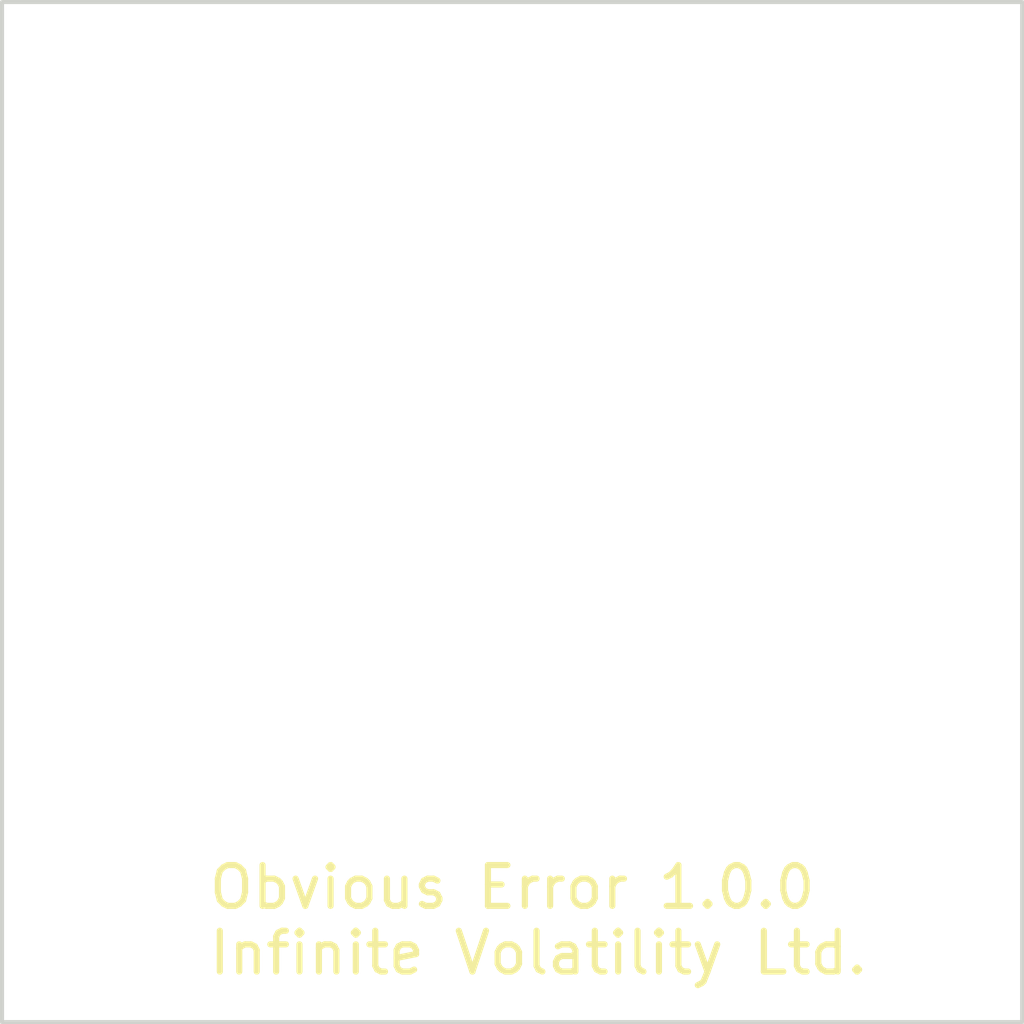
<source format=kicad_pcb>
(kicad_pcb (version 20211014) (generator pcbnew)

  (general
    (thickness 1.6)
  )

  (paper "A4")
  (title_block
    (title "${TITLE}")
    (date "2022-10-01")
    (rev "${VERSION}")
    (company "${COMPANY}")
    (comment 1 "${AUTHOR}")
  )

  (layers
    (0 "F.Cu" signal)
    (31 "B.Cu" signal)
    (32 "B.Adhes" user "B.Adhesive")
    (33 "F.Adhes" user "F.Adhesive")
    (34 "B.Paste" user)
    (35 "F.Paste" user)
    (36 "B.SilkS" user "B.Silkscreen")
    (37 "F.SilkS" user "F.Silkscreen")
    (38 "B.Mask" user)
    (39 "F.Mask" user)
    (40 "Dwgs.User" user "User.Drawings")
    (41 "Cmts.User" user "User.Comments")
    (42 "Eco1.User" user "User.Eco1")
    (43 "Eco2.User" user "User.Eco2")
    (44 "Edge.Cuts" user)
    (45 "Margin" user)
    (46 "B.CrtYd" user "B.Courtyard")
    (47 "F.CrtYd" user "F.Courtyard")
    (48 "B.Fab" user)
    (49 "F.Fab" user)
    (50 "User.1" user)
    (51 "User.2" user)
    (52 "User.3" user)
    (53 "User.4" user)
    (54 "User.5" user)
    (55 "User.6" user)
    (56 "User.7" user)
    (57 "User.8" user)
    (58 "User.9" user)
  )

  (setup
    (stackup
      (layer "F.SilkS" (type "Top Silk Screen"))
      (layer "F.Paste" (type "Top Solder Paste"))
      (layer "F.Mask" (type "Top Solder Mask") (thickness 0.01))
      (layer "F.Cu" (type "copper") (thickness 0.035))
      (layer "dielectric 1" (type "core") (thickness 1.51) (material "FR4") (epsilon_r 4.5) (loss_tangent 0.02))
      (layer "B.Cu" (type "copper") (thickness 0.035))
      (layer "B.Mask" (type "Bottom Solder Mask") (thickness 0.01))
      (layer "B.Paste" (type "Bottom Solder Paste"))
      (layer "B.SilkS" (type "Bottom Silk Screen"))
      (copper_finish "None")
      (dielectric_constraints no)
    )
    (pad_to_mask_clearance 0)
    (pcbplotparams
      (layerselection 0x00010fc_ffffffff)
      (disableapertmacros false)
      (usegerberextensions false)
      (usegerberattributes true)
      (usegerberadvancedattributes true)
      (creategerberjobfile true)
      (svguseinch false)
      (svgprecision 6)
      (excludeedgelayer true)
      (plotframeref false)
      (viasonmask false)
      (mode 1)
      (useauxorigin false)
      (hpglpennumber 1)
      (hpglpenspeed 20)
      (hpglpendiameter 15.000000)
      (dxfpolygonmode true)
      (dxfimperialunits true)
      (dxfusepcbnewfont true)
      (psnegative false)
      (psa4output false)
      (plotreference true)
      (plotvalue true)
      (plotinvisibletext false)
      (sketchpadsonfab false)
      (subtractmaskfromsilk false)
      (outputformat 1)
      (mirror false)
      (drillshape 1)
      (scaleselection 1)
      (outputdirectory "")
    )
  )

  (property "AUTHOR" "Mad Hatter")
  (property "COMPANY" "Infinite Volatility")
  (property "TITLE" "Obvious Error")
  (property "VERSION" "1.0.0")

  (net 0 "")

  (gr_rect (start 110 20) (end 135 45) (layer "Edge.Cuts") (width 0.1) (fill none) (tstamp 347562f5-b152-4e7b-8a69-40ca6daaaad4))
  (gr_text "${TITLE} ${VERSION}\n${COMPANY} Ltd." (at 115 42.5) (layer "F.SilkS") (tstamp 0150a597-9ca4-4081-88d2-6ff7d09ea1a2)
    (effects (font (size 1 1) (thickness 0.15)) (justify left))
  )

)

</source>
